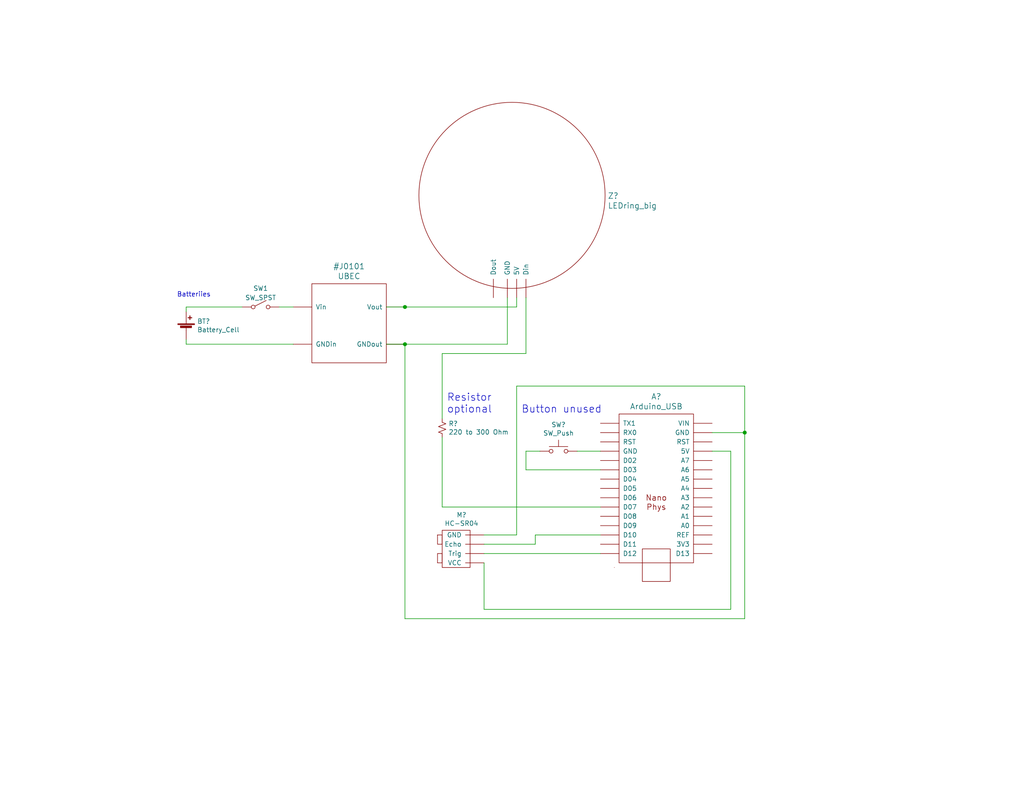
<source format=kicad_sch>
(kicad_sch (version 20230121) (generator eeschema)
  (paper "USLetter")
  (title_block (title "03 Big Sonar Range Detector") (date "2024-06-14") (company "Author: https://github.com/Mark-MDO47") (comment 1 "NOTE: Chips & Modules shown top view, notch at top"))
  (lib_symbols
    (symbol "03_BigSonarProject-rescue:Arduino_USB-mdoLibrary" (pin_names (offset 1.016))
      (property "Reference" "A" (at 0 0 0))
      (property "Value" "mdoLibrary_Arduino_USB" (at 0 2.54 90))
      (symbol "Arduino_USB-mdoLibrary_0_0"
        (rectangle (start -10.16 20.32) (end 10.16 -20.32))
        (text "Nano" (at 0 -2.54 0) (effects (font (size 1.524 1.524))))
        (text "Phys" (at 0 -5.08 0) (effects (font (size 1.524 1.524))))
      )
      (symbol "Arduino_USB-mdoLibrary_0_1"
        (rectangle (start -11.43 -21.59) (end -11.43 -21.59))
        (rectangle (start 3.81 -25.4) (end -3.81 -16.51))
      )
      (symbol "Arduino_USB-mdoLibrary_1_1"
        (pin input line (at 15.24 -15.24 180) (length 5.08) (name "3V3") (number "~"))
        (pin input line (at 15.24 10.16 180) (length 5.08) (name "5V") (number "~"))
        (pin input line (at 15.24 -10.16 180) (length 5.08) (name "A0") (number "~"))
        (pin input line (at 15.24 -7.62 180) (length 5.08) (name "A1") (number "~"))
        (pin input line (at 15.24 -5.08 180) (length 5.08) (name "A2") (number "~"))
        (pin input line (at 15.24 -2.54 180) (length 5.08) (name "A3") (number "~"))
        (pin input line (at 15.24 0 180) (length 5.08) (name "A4") (number "~"))
        (pin input line (at 15.24 2.54 180) (length 5.08) (name "A5") (number "~"))
        (pin input line (at 15.24 5.08 180) (length 5.08) (name "A6") (number "~"))
        (pin input line (at 15.24 7.62 180) (length 5.08) (name "A7") (number "~"))
        (pin input line (at -15.24 7.62 0) (length 5.08) (name "D02") (number "~"))
        (pin input line (at -15.24 5.08 0) (length 5.08) (name "D03") (number "~"))
        (pin input line (at -15.24 2.54 0) (length 5.08) (name "D04") (number "~"))
        (pin input line (at -15.24 0 0) (length 5.08) (name "D05") (number "~"))
        (pin input line (at -15.24 -2.54 0) (length 5.08) (name "D06") (number "~"))
        (pin input line (at -15.24 -5.08 0) (length 5.08) (name "D07") (number "~"))
        (pin input line (at -15.24 -7.62 0) (length 5.08) (name "D08") (number "~"))
        (pin input line (at -15.24 -10.16 0) (length 5.08) (name "D09") (number "~"))
        (pin input line (at -15.24 -12.7 0) (length 5.08) (name "D10") (number "~"))
        (pin input line (at -15.24 -15.24 0) (length 5.08) (name "D11") (number "~"))
        (pin input line (at -15.24 -17.78 0) (length 5.08) (name "D12") (number "~"))
        (pin input line (at 15.24 -17.78 180) (length 5.08) (name "D13") (number "~"))
        (pin input line (at -15.24 10.16 0) (length 5.08) (name "GND") (number "~"))
        (pin input line (at 15.24 15.24 180) (length 5.08) (name "GND") (number "~"))
        (pin input line (at 15.24 -12.7 180) (length 5.08) (name "REF") (number "~"))
        (pin input line (at -15.24 12.7 0) (length 5.08) (name "RST") (number "~"))
        (pin input line (at 15.24 12.7 180) (length 5.08) (name "RST") (number "~"))
        (pin input line (at -15.24 15.24 0) (length 5.08) (name "RX0") (number "~"))
        (pin input line (at -15.24 17.78 0) (length 5.08) (name "TX1") (number "~"))
        (pin input line (at 15.24 17.78 180) (length 5.08) (name "VIN") (number "~"))
      )
    )
    (symbol "03_BigSonarProject-rescue:HC-SR04-mdoLibrary" (pin_numbers hide) (pin_names (offset 1.016))
      (property "Reference" "M" (at 0 2.54 0))
      (property "Value" "mdoLibrary_HC-SR04" (at 3.81 0 0))
      (symbol "HC-SR04-mdoLibrary_0_1"
        (rectangle (start -2.54 -10.16) (end -2.54 -10.16))
        (rectangle (start -2.54 -2.54) (end -2.54 -2.54))
        (rectangle (start -2.54 -2.54) (end -2.54 -2.54))
        (rectangle (start -2.54 -2.54) (end -1.27 -5.08))
        (rectangle (start -1.27 -11.43) (end 6.35 -1.27))
        (rectangle (start -1.27 -10.16) (end -2.54 -7.62))
      )
      (symbol "HC-SR04-mdoLibrary_1_1"
        (pin output line (at 10.16 -5.08 180) (length 5.08) (name "Echo") (number "~"))
        (pin input line (at 10.16 -2.54 180) (length 5.08) (name "GND") (number "~"))
        (pin input line (at 10.16 -7.62 180) (length 5.08) (name "Trig") (number "~"))
        (pin input line (at 10.16 -10.16 180) (length 5.08) (name "VCC") (number "~"))
      )
    )
    (symbol "03_BigSonarProject-rescue:LEDring_big-mdoLibrary" (pin_names (offset 1.016))
      (property "Reference" "Z" (at 0 0 0))
      (property "Value" "mdoLibrary_LEDring_big" (at 0 3.81 0))
      (symbol "LEDring_big-mdoLibrary_0_1"
        (circle (center 0 0) (radius 25.4))
      )
      (symbol "LEDring_big-mdoLibrary_1_0"
        (pin input line (at 1.27 -27.94 90) (length 5.08) (name "5V") (number "~"))
        (pin input line (at 3.81 -27.94 90) (length 5.08) (name "Din") (number "~"))
        (pin input line (at -5.08 -27.94 90) (length 5.08) (name "Dout") (number "~"))
        (pin input line (at -1.27 -27.94 90) (length 5.08) (name "GND") (number "~"))
      )
    )
    (symbol "03_BigSonarProject-rescue:UBEC-mdoLibrary" (power) (pin_names (offset 1.016))
      (property "Reference" "J" (at 0 0 0))
      (property "Value" "UBEC-mdoLibrary" (at 0 2.54 0))
      (symbol "UBEC-mdoLibrary_0_1"
        (rectangle (start -7.62 12.7) (end 12.7 -8.89))
      )
      (symbol "UBEC-mdoLibrary_1_0"
        (pin input line (at -12.7 -3.81 0) (length 5.08) (name "GNDin") (number "~"))
        (pin input line (at 17.78 -3.81 180) (length 5.08) (name "GNDout") (number "~"))
        (pin input line (at -12.7 6.35 0) (length 5.08) (name "Vin") (number "~"))
        (pin input line (at 17.78 6.35 180) (length 5.08) (name "Vout") (number "~"))
      )
    )
    (symbol "Device:Battery_Cell" (pin_numbers hide) (pin_names (offset 0) hide)
      (property "Reference" "BT" (at 2.54 2.54 0))
      (property "Value" "Battery_Cell" (at 2.54 0 0))
      (symbol "Battery_Cell_0_1"
        (rectangle (start -2.286 1.778) (end 2.286 1.524) (fill (type outline)))
        (rectangle (start -1.5748 1.1938) (end 1.4732 0.6858) (fill (type outline)))
        (polyline (pts (xy 0 0.762) (xy 0 0)))
        (polyline (pts (xy 0 1.778) (xy 0 2.54)))
        (polyline (pts (xy 0.508 3.429) (xy 1.524 3.429)) (stroke (width 0.254)))
        (polyline (pts (xy 1.016 3.937) (xy 1.016 2.921)) (stroke (width 0.254)))
      )
      (symbol "Battery_Cell_1_1"
        (pin passive line (at 0 5.08 270) (length 2.54) (name "+") (number "1"))
        (pin passive line (at 0 -2.54 90) (length 2.54) (name "-") (number "2"))
      )
    )
    (symbol "Device:R_Small_US" (pin_numbers hide) (pin_names (offset 0.254) hide)
      (property "Reference" "R" (at 0.762 0.508 0))
      (property "Value" "R_Small_US" (at 0.762 -1.016 0))
      (symbol "R_Small_US_1_1"
        (polyline (pts (xy 0 0) (xy 1.016 -0.381) (xy 0 -0.762) (xy -1.016 -1.143) (xy 0 -1.524)))
        (polyline (pts (xy 0 1.524) (xy 1.016 1.143) (xy 0 0.762) (xy -1.016 0.381) (xy 0 0)))
        (pin passive line (at 0 2.54 270) (length 1.016) (name "~") (number "1"))
        (pin passive line (at 0 -2.54 90) (length 1.016) (name "~") (number "2"))
      )
    )
    (symbol "MDO:SW_SPST" (pin_names (offset 0) hide)
      (property "Reference" "SW" (at 0 3.175 0))
      (property "Value" "SW_SPST" (at 0 -2.54 0))
      (symbol "SW_SPST_0_0"
        (circle (center -2.032 0) (radius 0.508))
        (polyline (pts (xy -1.524 0.254) (xy 1.524 1.778)))
        (circle (center 2.032 0) (radius 0.508))
      )
      (symbol "SW_SPST_1_1"
        (pin passive line (at -5.08 0 0) (length 2.54) (name "A") (number "~"))
        (pin passive line (at 5.08 0 180) (length 2.54) (name "B") (number "~"))
      )
    )
    (symbol "Switch:SW_Push" (pin_numbers hide) (pin_names (offset 1.016) hide)
      (property "Reference" "SW" (at 1.27 2.54 0))
      (property "Value" "SW_Push" (at 0 -1.524 0))
      (symbol "SW_Push_0_1"
        (circle (center -2.032 0) (radius 0.508))
        (polyline (pts (xy 0 1.27) (xy 0 3.048)))
        (polyline (pts (xy 2.54 1.27) (xy -2.54 1.27)))
        (circle (center 2.032 0) (radius 0.508))
        (pin passive line (at -5.08 0 0) (length 2.54) (name "1") (number "1"))
        (pin passive line (at 5.08 0 180) (length 2.54) (name "2") (number "2"))
      )
    )
  )
  (junction (at 110.49 83.82))
  (junction (at 203.2 118.11))
  (junction (at 110.49 93.98))
  (wire (pts (xy 146.05 148.59) (xy 132.08 148.59)))
  (wire (pts (xy 76.2 83.82) (xy 80.01 83.82)))
  (wire (pts (xy 120.65 96.52) (xy 143.51 96.52)))
  (wire (pts (xy 120.65 96.52) (xy 120.65 114.3)))
  (wire (pts (xy 194.31 118.11) (xy 203.2 118.11)))
  (wire (pts (xy 50.8 83.82) (xy 66.04 83.82)))
  (wire (pts (xy 147.32 123.19) (xy 143.51 123.19)))
  (wire (pts (xy 199.39 123.19) (xy 199.39 166.37)))
  (wire (pts (xy 203.2 118.11) (xy 203.2 168.91)))
  (wire (pts (xy 132.08 166.37) (xy 132.08 153.67)))
  (wire (pts (xy 143.51 81.28) (xy 143.51 96.52)))
  (wire (pts (xy 50.8 93.98) (xy 50.8 92.71)))
  (wire (pts (xy 163.83 138.43) (xy 120.65 138.43)))
  (wire (pts (xy 110.49 93.98) (xy 138.43 93.98)))
  (wire (pts (xy 143.51 123.19) (xy 143.51 128.27)))
  (wire (pts (xy 163.83 151.13) (xy 132.08 151.13)))
  (wire (pts (xy 132.08 146.05) (xy 140.97 146.05)))
  (wire (pts (xy 140.97 105.41) (xy 203.2 105.41)))
  (wire (pts (xy 203.2 168.91) (xy 110.49 168.91)))
  (wire (pts (xy 120.65 119.38) (xy 120.65 138.43)))
  (wire (pts (xy 163.83 128.27) (xy 143.51 128.27)))
  (wire (pts (xy 140.97 105.41) (xy 140.97 146.05)))
  (wire (pts (xy 110.49 83.82) (xy 140.97 83.82)))
  (wire (pts (xy 146.05 146.05) (xy 146.05 148.59)))
  (wire (pts (xy 105.41 93.98) (xy 110.49 93.98)))
  (wire (pts (xy 138.43 93.98) (xy 138.43 81.28)))
  (wire (pts (xy 163.83 123.19) (xy 157.48 123.19)))
  (wire (pts (xy 50.8 85.09) (xy 50.8 83.82)))
  (wire (pts (xy 199.39 166.37) (xy 132.08 166.37)))
  (wire (pts (xy 140.97 81.28) (xy 140.97 83.82)))
  (wire (pts (xy 105.41 83.82) (xy 110.49 83.82)))
  (wire (pts (xy 50.8 93.98) (xy 80.01 93.98)))
  (wire (pts (xy 110.49 168.91) (xy 110.49 93.98)))
  (wire (pts (xy 194.31 123.19) (xy 199.39 123.19)))
  (wire (pts (xy 163.83 146.05) (xy 146.05 146.05)))
  (wire (pts (xy 203.2 105.41) (xy 203.2 118.11)))
  (text "Resistor\noptional" (at 121.92 113.03 0) (effects (font (size 2 2)) (justify left bottom)))
  (text "Batteriies" (at 48.26 81.28 0) (effects (font (size 1.27 1.27)) (justify left bottom)))
  (text "Button unused" (at 142.24 113.03 0) (effects (font (size 2 2)) (justify left bottom)))
  (symbol (lib_id "Device:R_Small_US") (at 120.65 116.84 0) (unit 1)
    (property "Reference" "R?" (at 122.3772 115.6716 0) (effects (justify left)))
    (property "Value" "220 to 300 Ohm" (at 122.3772 117.983 0) (effects (justify left)))
  )
  (symbol (lib_id "Switch:SW_Push") (at 152.4 123.19 0) (unit 1)
    (property "Reference" "SW?" (at 152.4 115.951 0))
    (property "Value" "SW_Push" (at 152.4 118.2624 0))
  )
  (symbol (lib_id "03_BigSonarProject-rescue:Arduino_USB-mdoLibrary") (at 179.07 133.35 0) (unit 1)
    (property "Reference" "A?" (at 179.07 108.2802 0) (effects (font (size 1.524 1.524))))
    (property "Value" "Arduino_USB" (at 179.07 110.9726 0) (effects (font (size 1.524 1.524))))
  )
  (symbol (lib_id "03_BigSonarProject-rescue:HC-SR04-mdoLibrary") (at 121.92 143.51 0) (unit 1)
    (property "Reference" "M?" (at 125.9332 140.589 0))
    (property "Value" "HC-SR04" (at 125.9332 142.9004 0))
  )
  (symbol (lib_id "03_BigSonarProject-rescue:UBEC-mdoLibrary") (at 92.71 90.17 0) (unit 1)
    (property "Reference" "J?" (at 95.25 72.7202 0) (effects (font (size 1.524 1.524))))
    (property "Value" "UBEC" (at 95.25 75.4126 0) (effects (font (size 1.524 1.524))))
  )
  (symbol (lib_id "Device:Battery_Cell") (at 50.8 90.17 0) (unit 1)
    (property "Reference" "BT?" (at 53.7972 87.7316 0) (effects (justify left)))
    (property "Value" "Battery_Cell" (at 53.7972 90.043 0) (effects (justify left)))
  )
  (symbol (lib_id "03_BigSonarProject-rescue:LEDring_big-mdoLibrary") (at 139.7 53.34 0) (unit 1)
    (property "Reference" "Z?" (at 165.8112 53.467 0) (effects (font (size 1.524 1.524)) (justify left)))
    (property "Value" "LEDring_big" (at 165.8112 56.1594 0) (effects (font (size 1.524 1.524)) (justify left)))
  )
  (symbol (lib_id "MDO:SW_SPST") (at 71.12 83.82 0) (unit 1)
    (property "Reference" "SW1" (at 71.12 78.74 0))
    (property "Value" "SW_SPST" (at 71.12 81.28 0))
  )
)
</source>
